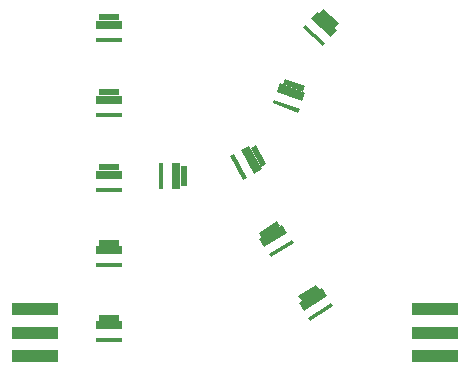
<source format=gts>
G04 #@! TF.FileFunction,Soldermask,Top*
%FSLAX46Y46*%
G04 Gerber Fmt 4.6, Leading zero omitted, Abs format (unit mm)*
G04 Created by KiCad (PCBNEW 4.0.0-rc2-stable) date 3/3/2016 3:45:24 PM*
%MOMM*%
G01*
G04 APERTURE LIST*
%ADD10C,0.150000*%
%ADD11R,0.500000X1.800000*%
%ADD12R,0.320000X2.300000*%
%ADD13R,0.800000X2.300000*%
%ADD14R,1.800000X0.500000*%
%ADD15R,2.300000X0.320000*%
%ADD16R,2.300000X0.800000*%
%ADD17R,4.000000X1.000000*%
%ADD18C,0.600000*%
G04 APERTURE END LIST*
D10*
G36*
X73424681Y-20819821D02*
X74766943Y-22019126D01*
X74433803Y-22391977D01*
X73091541Y-21192672D01*
X73424681Y-20819821D01*
X73424681Y-20819821D01*
G37*
G36*
X71912358Y-22137198D02*
X73627472Y-23669642D01*
X73414262Y-23908266D01*
X71699148Y-22375822D01*
X71912358Y-22137198D01*
X71912358Y-22137198D01*
G37*
G36*
X72905115Y-21026102D02*
X74620229Y-22558547D01*
X74087205Y-23155108D01*
X72372091Y-21622663D01*
X72905115Y-21026102D01*
X72905115Y-21026102D01*
G37*
G36*
X70181161Y-26699874D02*
X71873546Y-27312928D01*
X71703253Y-27783034D01*
X70010868Y-27169980D01*
X70181161Y-26699874D01*
X70181161Y-26699874D01*
G37*
G36*
X69268342Y-28485751D02*
X71430833Y-29269098D01*
X71321846Y-29569967D01*
X69159355Y-28786620D01*
X69268342Y-28485751D01*
X69268342Y-28485751D01*
G37*
G36*
X69775815Y-27084834D02*
X71938306Y-27868181D01*
X71665837Y-28620352D01*
X69503346Y-27837005D01*
X69775815Y-27084834D01*
X69775815Y-27084834D01*
G37*
G36*
X67732383Y-32335368D02*
X68585517Y-33920348D01*
X68145245Y-34157330D01*
X67292111Y-32572350D01*
X67732383Y-32335368D01*
X67732383Y-32335368D01*
G37*
G36*
X65861609Y-33058420D02*
X66951725Y-35083672D01*
X66669951Y-35235340D01*
X65579835Y-33210088D01*
X65861609Y-33058420D01*
X65861609Y-33058420D01*
G37*
G36*
X67173620Y-32352213D02*
X68263736Y-34377466D01*
X67559300Y-34756637D01*
X66469184Y-32731384D01*
X67173620Y-32352213D01*
X67173620Y-32352213D01*
G37*
D11*
X61641817Y-34972622D03*
D12*
X59741817Y-34972622D03*
D13*
X60991817Y-34972622D03*
D10*
G36*
X67963062Y-39731308D02*
X69487671Y-38774454D01*
X69753464Y-39197956D01*
X68228855Y-40154810D01*
X67963062Y-39731308D01*
X67963062Y-39731308D01*
G37*
G36*
X68809166Y-41549743D02*
X70757277Y-40327097D01*
X70927384Y-40598139D01*
X68979273Y-41820785D01*
X68809166Y-41549743D01*
X68809166Y-41549743D01*
G37*
G36*
X68017104Y-40287706D02*
X69965215Y-39065060D01*
X70390484Y-39742664D01*
X68442373Y-40965310D01*
X68017104Y-40287706D01*
X68017104Y-40287706D01*
G37*
G36*
X71335662Y-45105062D02*
X72860271Y-44148208D01*
X73126064Y-44571710D01*
X71601455Y-45528564D01*
X71335662Y-45105062D01*
X71335662Y-45105062D01*
G37*
G36*
X72181766Y-46923497D02*
X74129877Y-45700851D01*
X74299984Y-45971893D01*
X72351873Y-47194539D01*
X72181766Y-46923497D01*
X72181766Y-46923497D01*
G37*
G36*
X71389704Y-45661460D02*
X73337815Y-44438814D01*
X73763084Y-45116418D01*
X71814973Y-46339064D01*
X71389704Y-45661460D01*
X71389704Y-45661460D01*
G37*
D14*
X55316643Y-21477876D03*
D15*
X55316643Y-23377876D03*
D16*
X55316643Y-22127876D03*
D14*
X55316643Y-27842567D03*
D15*
X55316643Y-29742567D03*
D16*
X55316643Y-28492567D03*
D14*
X55316643Y-34207254D03*
D15*
X55316643Y-36107254D03*
D16*
X55316643Y-34857254D03*
D14*
X55316643Y-40571947D03*
D15*
X55316643Y-42471947D03*
D16*
X55316643Y-41221947D03*
D14*
X55316643Y-46936636D03*
D15*
X55316643Y-48836636D03*
D16*
X55316643Y-47586636D03*
D17*
X82907290Y-50192207D03*
X82907290Y-48192207D03*
X82907290Y-46192207D03*
D18*
X81907290Y-50192207D03*
X81907290Y-48192207D03*
X81907290Y-46192207D03*
D17*
X49020840Y-46192207D03*
X49020840Y-48192207D03*
X49020840Y-50192207D03*
D18*
X50020840Y-46192207D03*
X50020840Y-48192207D03*
X50020840Y-50192207D03*
M02*

</source>
